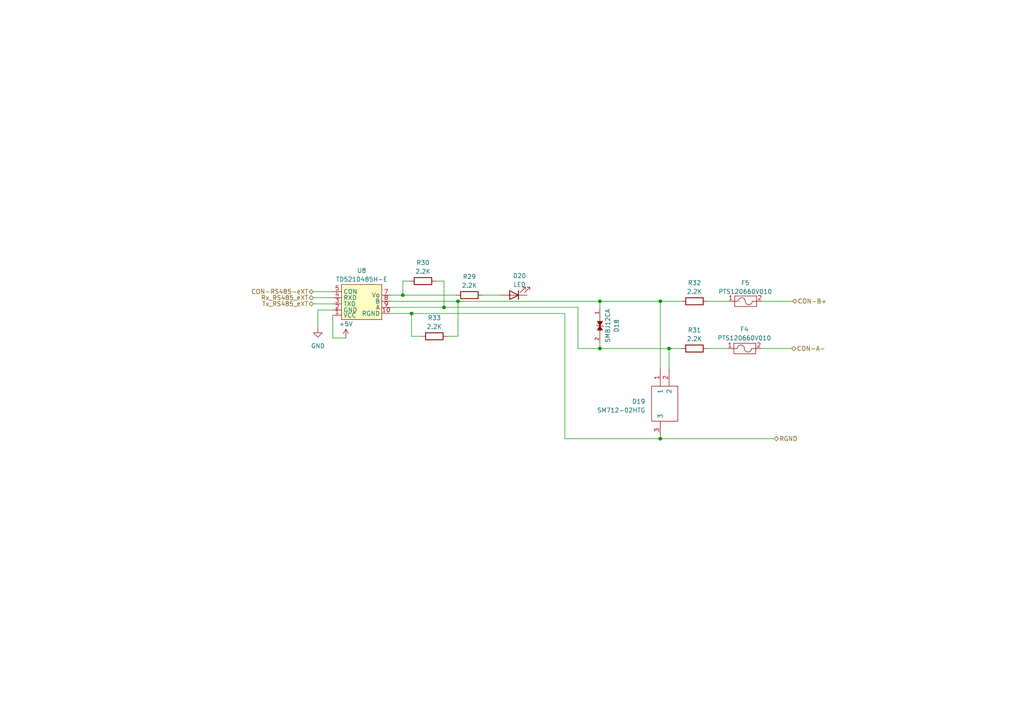
<source format=kicad_sch>
(kicad_sch (version 20230121) (generator eeschema)
  (paper "A4")
  (lib_symbols
    (symbol "Device:LED" (pin_numbers hide) (pin_names (offset 1.016) hide)
      (property "Reference" "D" (at 0 2.54 0))
      (property "Value" "LED" (at 0 -2.54 0))
      (symbol "LED_0_1"
        (polyline (pts (xy -1.27 -1.27) (xy -1.27 1.27)) (stroke (width 0.254)))
        (polyline (pts (xy -1.27 0) (xy 1.27 0)))
        (polyline (pts (xy 1.27 -1.27) (xy 1.27 1.27) (xy -1.27 0) (xy 1.27 -1.27)) (stroke (width 0.254)))
        (polyline (pts (xy -3.048 -0.762) (xy -4.572 -2.286) (xy -3.81 -2.286) (xy -4.572 -2.286) (xy -4.572 -1.524)))
        (polyline (pts (xy -1.778 -0.762) (xy -3.302 -2.286) (xy -2.54 -2.286) (xy -3.302 -2.286) (xy -3.302 -1.524)))
      )
      (symbol "LED_1_1"
        (pin passive line (at -3.81 0 0) (length 2.54) (name "K") (number "1"))
        (pin passive line (at 3.81 0 180) (length 2.54) (name "A") (number "2"))
      )
    )
    (symbol "Device:R" (pin_numbers hide) (pin_names (offset 0))
      (property "Reference" "R" (at 2.032 0 90))
      (property "Value" "R" (at 0 0 90))
      (symbol "R_0_1"
        (rectangle (start -1.016 -2.54) (end 1.016 2.54) (stroke (width 0.254)))
      )
      (symbol "R_1_1"
        (pin passive line (at 0 3.81 270) (length 1.27) (name "~") (number "1"))
        (pin passive line (at 0 -3.81 90) (length 1.27) (name "~") (number "2"))
      )
    )
    (symbol "New_Library:PTS120660V010"
      (property "Reference" "F4" (at 0.254 0.762 90))
      (property "Value" "PTS120660V010" (at 5.588 1.778 90))
      (symbol "PTS120660V010_0_1"
        (polyline (pts (xy 2.54 -1.778) (xy 2.54 -0.254)))
        (polyline (pts (xy 2.54 3.81) (xy 2.54 5.334)))
        (rectangle (start 1.016 4.826) (end 4.064 -1.524))
        (arc (start 1.5222 0.7602) (mid 1.8203 0.0423) (end 2.5382 -0.2558))
        (arc (start 2.5382 1.7798) (mid 1.8203 1.4817) (end 1.5222 0.7638))
        (arc (start 2.5418 1.7762) (mid 3.2597 2.0743) (end 3.5578 2.7922))
        (arc (start 3.556 2.794) (mid 3.2579 3.5119) (end 2.54 3.81))
      )
      (symbol "PTS120660V010_1_1"
        (pin passive line (at 2.54 6.604 270) (length 1.27) (name "~") (number "1"))
        (pin passive line (at 2.54 -3.048 90) (length 1.27) (name "~") (number "2"))
      )
    )
    (symbol "New_Library:TD521D485H-E"
      (property "Reference" "U8" (at -0.254 9.144 0))
      (property "Value" "TD521D485H-E" (at -0.254 6.604 0))
      (symbol "TD521D485H-E_0_1"
        (rectangle (start -6.096 5.08) (end 5.588 -5.08) (fill (type background)))
      )
      (symbol "TD521D485H-E_1_1"
        (pin passive line (at -8.636 -3.81 0) (length 2.54) (name "VCC") (number "1"))
        (pin passive line (at 8.128 -3.302 180) (length 2.54) (name "RGND") (number "10"))
        (pin passive line (at -8.636 -2.286 0) (length 2.54) (name "GND") (number "2"))
        (pin passive line (at -8.636 -0.508 0) (length 2.54) (name "TXD") (number "3"))
        (pin passive line (at -8.636 1.27 0) (length 2.54) (name "RXD") (number "4"))
        (pin passive line (at -8.636 3.048 0) (length 2.54) (name "CON") (number "5"))
        (pin passive line (at 8.128 2.032 180) (length 2.54) (name "Vo") (number "7"))
        (pin passive line (at 8.128 0.254 180) (length 2.54) (name "B") (number "8"))
        (pin passive line (at 8.128 -1.524 180) (length 2.54) (name "A") (number "9"))
      )
    )
    (symbol "SM712-02HTG:SM712-02HTG" (pin_names (offset 0.762))
      (property "Reference" "D" (at 16.51 7.62 0))
      (property "Value" "SM712-02HTG" (at 16.51 5.08 0))
      (symbol "SM712-02HTG_0_0"
        (pin passive line (at 0 0 0) (length 5.08) (name "1") (number "1"))
        (pin passive line (at 0 -2.54 0) (length 5.08) (name "2") (number "2"))
        (pin passive line (at 20.32 0 180) (length 5.08) (name "3") (number "3"))
      )
      (symbol "SM712-02HTG_0_1"
        (polyline (pts (xy 5.08 2.54) (xy 15.24 2.54) (xy 15.24 -5.08) (xy 5.08 -5.08) (xy 5.08 2.54)) (stroke (width 0.1524)))
      )
    )
    (symbol "SMBJ12CA:SMBJ12CA" (pin_names (offset 1.016))
      (property "Reference" "D" (at -5.08 2.54 0))
      (property "Value" "SMBJ12CA" (at -5.08 -5.08 0))
      (symbol "SMBJ12CA_0_0"
        (polyline (pts (xy -1.27 0) (xy -2.54 0)) (stroke (width 0.1524)))
        (polyline (pts (xy 0 -0.762) (xy -0.254 -1.016)) (stroke (width 0.1524)))
        (polyline (pts (xy 0 -0.762) (xy 0 0.762)) (stroke (width 0.1524)))
        (polyline (pts (xy 0 0.762) (xy 0.254 1.016)) (stroke (width 0.1524)))
        (polyline (pts (xy 1.27 0) (xy 2.54 0)) (stroke (width 0.1524)))
        (polyline (pts (xy 0 0) (xy -1.27 -0.762) (xy -1.27 0.762) (xy 0 0)) (stroke (width 0.1524)) (fill (type outline)))
        (polyline (pts (xy 0 0) (xy 1.27 0.762) (xy 1.27 -0.762) (xy 0 0)) (stroke (width 0.1524)) (fill (type outline)))
        (pin passive line (at -5.08 0 0) (length 2.54) (name "~") (number "1"))
        (pin passive line (at 5.08 0 180) (length 2.54) (name "~") (number "2"))
      )
    )
    (symbol "power:+5V" (power) (pin_names (offset 0))
      (property "Value" "+5V" (at 0 3.556 0))
      (symbol "+5V_0_1"
        (polyline (pts (xy -0.762 1.27) (xy 0 2.54)))
        (polyline (pts (xy 0 0) (xy 0 2.54)))
        (polyline (pts (xy 0 2.54) (xy 0.762 1.27)))
      )
      (symbol "+5V_1_1"
        (pin power_in line (at 0 0 90) (length 0) hide (name "+5V") (number "1"))
      )
    )
    (symbol "power:GND" (power) (pin_names (offset 0))
      (property "Value" "GND" (at 0 -3.81 0))
      (symbol "GND_0_1"
        (polyline (pts (xy 0 0) (xy 0 -1.27) (xy 1.27 -1.27) (xy 0 -2.54) (xy -1.27 -1.27) (xy 0 -1.27)))
      )
      (symbol "GND_1_1"
        (pin power_in line (at 0 0 270) (length 0) hide (name "GND") (number "1"))
      )
    )
  )
  (junction (at 132.842 87.376))
  (junction (at 116.84 85.598))
  (junction (at 191.516 127.254))
  (junction (at 119.38 90.932))
  (junction (at 173.99 101.092))
  (junction (at 128.778 89.154))
  (junction (at 194.056 101.092))
  (junction (at 191.516 87.376))
  (junction (at 173.99 87.376))
  (wire (pts (xy 224.536 127.254) (xy 191.516 127.254)))
  (wire (pts (xy 139.954 85.598) (xy 145.288 85.598)))
  (wire (pts (xy 113.284 90.932) (xy 119.38 90.932)))
  (wire (pts (xy 96.52 98.044) (xy 100.33 98.044)))
  (wire (pts (xy 96.52 91.44) (xy 96.52 98.044)))
  (wire (pts (xy 163.83 90.932) (xy 163.83 127.254)))
  (wire (pts (xy 163.83 127.254) (xy 191.516 127.254)))
  (wire (pts (xy 229.87 87.376) (xy 220.98 87.376)))
  (wire (pts (xy 90.932 88.138) (xy 96.52 88.138)))
  (wire (pts (xy 132.842 87.376) (xy 173.99 87.376)))
  (wire (pts (xy 113.284 85.598) (xy 116.84 85.598)))
  (wire (pts (xy 167.64 101.092) (xy 173.99 101.092)))
  (wire (pts (xy 211.074 101.092) (xy 205.232 101.092)))
  (wire (pts (xy 116.84 81.534) (xy 116.84 85.598)))
  (wire (pts (xy 96.52 89.916) (xy 92.202 89.916)))
  (wire (pts (xy 119.38 97.536) (xy 119.38 90.932)))
  (wire (pts (xy 129.794 97.536) (xy 132.842 97.536)))
  (wire (pts (xy 128.778 89.154) (xy 167.64 89.154)))
  (wire (pts (xy 173.99 87.376) (xy 191.516 87.376)))
  (wire (pts (xy 205.232 87.376) (xy 211.328 87.376)))
  (wire (pts (xy 128.778 81.534) (xy 128.778 89.154)))
  (wire (pts (xy 90.932 84.582) (xy 96.52 84.582)))
  (wire (pts (xy 191.516 87.376) (xy 197.612 87.376)))
  (wire (pts (xy 220.726 101.092) (xy 229.616 101.092)))
  (wire (pts (xy 116.84 85.598) (xy 132.334 85.598)))
  (wire (pts (xy 119.38 90.932) (xy 163.83 90.932)))
  (wire (pts (xy 118.872 81.534) (xy 116.84 81.534)))
  (wire (pts (xy 90.932 86.36) (xy 96.52 86.36)))
  (wire (pts (xy 167.64 89.154) (xy 167.64 101.092)))
  (wire (pts (xy 132.842 87.376) (xy 132.842 97.536)))
  (wire (pts (xy 113.284 89.154) (xy 128.778 89.154)))
  (wire (pts (xy 173.99 87.376) (xy 173.99 89.408)))
  (wire (pts (xy 92.202 89.916) (xy 92.202 95.25)))
  (wire (pts (xy 173.99 99.568) (xy 173.99 101.092)))
  (wire (pts (xy 126.492 81.534) (xy 128.778 81.534)))
  (wire (pts (xy 113.284 87.376) (xy 132.842 87.376)))
  (wire (pts (xy 122.174 97.536) (xy 119.38 97.536)))
  (wire (pts (xy 194.056 101.092) (xy 194.056 106.934)))
  (wire (pts (xy 173.99 101.092) (xy 194.056 101.092)))
  (wire (pts (xy 197.612 101.092) (xy 194.056 101.092)))
  (wire (pts (xy 191.516 106.934) (xy 191.516 87.376)))
  (hierarchical_label "CON-A-" (shape bidirectional) (at 229.616 101.092 0))
  (hierarchical_label "CON-RS485-eXT" (shape bidirectional) (at 90.932 84.582 180))
  (hierarchical_label "CON-B+" (shape bidirectional) (at 229.87 87.376 0))
  (hierarchical_label "RGND" (shape bidirectional) (at 224.536 127.254 0))
  (hierarchical_label "Rx_RS485_eXT" (shape bidirectional) (at 90.932 86.36 180))
  (hierarchical_label "Tx_RS485_eXT" (shape bidirectional) (at 90.932 88.138 180))
  (symbol (lib_id "New_Library:PTS120660V010") (at 217.932 89.916 90) (unit 1)
    (property "Reference" "F5" (at 216.154 82.042 90))
    (property "Value" "PTS120660V010" (at 216.154 84.582 90))
    (property "Footprint" "Huellas:RESC3115X65N" (effects hide))
  )
  (symbol (lib_id "Device:R") (at 136.144 85.598 90) (unit 1)
    (property "Reference" "R29" (at 136.144 80.264 90))
    (property "Value" "2.2K" (at 136.144 82.804 90))
    (property "Footprint" "Resistor_SMD:R_0805_2012Metric" (effects hide))
  )
  (symbol (lib_id "SM712-02HTG:SM712-02HTG") (at 191.516 106.934 90) (mirror x) (unit 1)
    (property "Reference" "D19" (at 187.198 116.459 90) (effects (justify left)))
    (property "Value" "SM712-02HTG" (at 187.198 118.999 90) (effects (justify left)))
    (property "Footprint" "SM712-02HTG:SM71202HTG" (effects hide))
    (property "Datasheet" "https://www.littelfuse.com/media?resourcetype=datasheets&itemid=a4019802-ff62-41ff-bf66-295f97422f81&filename=littelfuse-tvs-diode-array-sm712-datasheet" (effects hide))
    (property "Description" "31V, 19V Clamp 19A (8/20s) Ipp Tvs Diode Surface Mount SOT-23-3" (effects hide))
    (property "Height" "1.12" (effects hide))
    (property "Mouser Part Number" "576-SM712-02HTG" (effects hide))
    (property "Mouser Price/Stock" "https://www.mouser.co.uk/ProductDetail/Littelfuse/SM712-02HTG?qs=aGgfWYEhH7lQgBVBPCUDkw%3D%3D" (effects hide))
    (property "Manufacturer_Name" "LITTELFUSE" (effects hide))
    (property "Manufacturer_Part_Number" "SM712-02HTG" (effects hide))
  )
  (symbol (lib_id "SMBJ12CA:SMBJ12CA") (at 173.99 94.488 270) (unit 1)
    (property "Reference" "D18" (at 178.816 94.488 0))
    (property "Value" "SMBJ12CA" (at 176.276 94.488 0))
    (property "Footprint" "SMBJ12CA:DIOM4336X265N" (effects hide))
    (property "PARTREV" "I2102" (effects hide))
    (property "STANDARD" "IPC-7351B" (effects hide))
    (property "MAXIMUM_PACKAGE_HEIGHT" "2.65 mm" (effects hide))
    (property "MANUFACTURER" "Taiwan Semiconductor" (effects hide))
  )
  (symbol (lib_id "Device:LED") (at 149.098 85.598 180) (unit 1)
    (property "Reference" "D20" (at 150.6855 80.01 0))
    (property "Value" "LED" (at 150.6855 82.55 0))
    (property "Footprint" "LED_SMD:LED_0805_2012Metric" (effects hide))
  )
  (symbol (lib_id "Device:R") (at 201.422 101.092 90) (unit 1)
    (property "Reference" "R31" (at 201.422 95.758 90))
    (property "Value" "2.2K" (at 201.422 98.298 90))
    (property "Footprint" "Resistor_SMD:R_0805_2012Metric" (effects hide))
  )
  (symbol (lib_id "Device:R") (at 122.682 81.534 90) (unit 1)
    (property "Reference" "R30" (at 122.682 76.2 90))
    (property "Value" "2.2K" (at 122.682 78.74 90))
    (property "Footprint" "Resistor_SMD:R_0805_2012Metric" (effects hide))
  )
  (symbol (lib_id "Device:R") (at 201.422 87.376 90) (unit 1)
    (property "Reference" "R32" (at 201.422 82.042 90))
    (property "Value" "2.2K" (at 201.422 84.582 90))
    (property "Footprint" "Resistor_SMD:R_0805_2012Metric" (effects hide))
  )
  (symbol (lib_id "power:GND") (at 92.202 95.25 0) (unit 1)
    (property "Reference" "#PWR059" (effects hide))
    (property "Value" "GND" (at 92.202 100.33 0))
  )
  (symbol (lib_id "New_Library:TD521D485H-E") (at 105.156 87.63 0) (unit 1)
    (property "Reference" "U8" (at 104.902 78.486 0))
    (property "Value" "TD521D485H-E" (at 104.902 81.026 0))
    (property "Footprint" "Huellas:TD521D485H-E" (effects hide))
  )
  (symbol (lib_id "power:+5V") (at 100.33 98.044 0) (unit 1)
    (property "Reference" "#PWR060" (effects hide))
    (property "Value" "+5V" (at 100.33 93.98 0))
  )
  (symbol (lib_id "New_Library:PTS120660V010") (at 217.678 103.632 90) (unit 1)
    (property "Reference" "F4" (at 215.9 95.504 90))
    (property "Value" "PTS120660V010" (at 215.9 98.044 90))
    (property "Footprint" "Huellas:RESC3115X65N" (effects hide))
  )
  (symbol (lib_id "Device:R") (at 125.984 97.536 90) (unit 1)
    (property "Reference" "R33" (at 125.984 92.202 90))
    (property "Value" "2.2K" (at 125.984 94.742 90))
    (property "Footprint" "Resistor_SMD:R_0805_2012Metric" (effects hide))
  )
)
</source>
